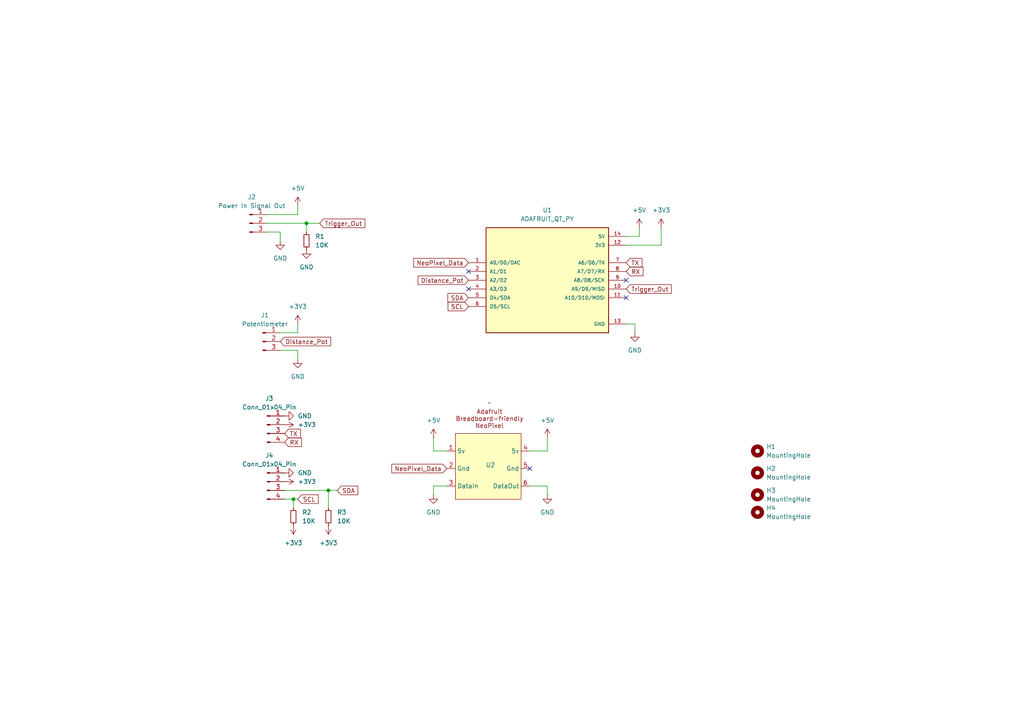
<source format=kicad_sch>
(kicad_sch (version 20231120) (generator "eeschema") (generator_version "8.0")
  (paper "A4")
  (lib_symbols
    (symbol "ADAFRUIT_QT_PY:ADAFRUIT_QT_PY" (pin_names (offset 1.016))
      (property "Reference" "U" (at -17.78 16.002 0))
      (property "Value" "ADAFRUIT_QT_PY" (at -17.78 -17.78 0))
      (symbol "ADAFRUIT_QT_PY_0_0"
        (rectangle (start -17.78 -15.24) (end 17.78 15.24) (stroke (width 0.254)) (fill (type background)))
        (pin bidirectional line (at -22.86 5.08 0) (length 5.08) (name "A0/D0/DAC") (number "1"))
        (pin bidirectional line (at 22.86 -2.54 180) (length 5.08) (name "A9/D9/MISO") (number "10"))
        (pin bidirectional line (at 22.86 -5.08 180) (length 5.08) (name "A10/D10/MOSI") (number "11"))
        (pin power_in line (at 22.86 10.16 180) (length 5.08) (name "3V3") (number "12"))
        (pin power_in line (at 22.86 -12.7 180) (length 5.08) (name "GND") (number "13"))
        (pin power_in line (at 22.86 12.7 180) (length 5.08) (name "5V") (number "14"))
        (pin bidirectional line (at -22.86 2.54 0) (length 5.08) (name "A1/D1") (number "2"))
        (pin bidirectional line (at -22.86 0 0) (length 5.08) (name "A2/D2") (number "3"))
        (pin bidirectional line (at -22.86 -2.54 0) (length 5.08) (name "A3/D3") (number "4"))
        (pin bidirectional line (at -22.86 -5.08 0) (length 5.08) (name "D4/SDA") (number "5"))
        (pin bidirectional line (at -22.86 -7.62 0) (length 5.08) (name "D5/SCL") (number "6"))
        (pin bidirectional line (at 22.86 5.08 180) (length 5.08) (name "A6/D6/TX") (number "7"))
        (pin bidirectional line (at 22.86 2.54 180) (length 5.08) (name "A7/D7/RX") (number "8"))
        (pin bidirectional line (at 22.86 0 180) (length 5.08) (name "A8/D8/SCK") (number "9"))
      )
    )
    (symbol "BreadboardNeoPixel:BreadboardNeoPixel"
      (property "Reference" "U" (at 0 0 0))
      (symbol "BreadboardNeoPixel_1_1"
        (rectangle (start -10.16 10.16) (end 8.89 -8.89) (fill (type color) (color 255 255 194 1)))
        (text "Adafruit\nBreadboard-friendly\nNeoPixel" (at -0.254 14.478 0) (effects (font (size 1.27 1.27))))
        (pin input line (at -12.7 5.08 0) (length 2.54) (name "5v") (number "1"))
        (pin input line (at -12.7 0 0) (length 2.54) (name "Gnd") (number "2"))
        (pin input line (at -12.7 -5.08 0) (length 2.54) (name "DataIn") (number "3"))
        (pin input line (at 11.43 5.08 180) (length 2.54) (name "5v") (number "4"))
        (pin input line (at 11.43 0 180) (length 2.54) (name "Gnd") (number "5"))
        (pin output line (at 11.43 -5.08 180) (length 2.54) (name "DataOut") (number "6"))
      )
    )
    (symbol "Connector:Conn_01x03_Pin" (pin_names (offset 1.016) hide)
      (property "Reference" "J" (at 0 5.08 0))
      (property "Value" "Conn_01x03_Pin" (at 0 -5.08 0))
      (symbol "Conn_01x03_Pin_1_1"
        (polyline (pts (xy 1.27 -2.54) (xy 0.8636 -2.54)) (stroke (width 0.1524)))
        (polyline (pts (xy 1.27 0) (xy 0.8636 0)) (stroke (width 0.1524)))
        (polyline (pts (xy 1.27 2.54) (xy 0.8636 2.54)) (stroke (width 0.1524)))
        (rectangle (start 0.8636 -2.413) (end 0 -2.667) (stroke (width 0.1524)) (fill (type outline)))
        (rectangle (start 0.8636 0.127) (end 0 -0.127) (stroke (width 0.1524)) (fill (type outline)))
        (rectangle (start 0.8636 2.667) (end 0 2.413) (stroke (width 0.1524)) (fill (type outline)))
        (pin passive line (at 5.08 2.54 180) (length 3.81) (name "Pin_1") (number "1"))
        (pin passive line (at 5.08 0 180) (length 3.81) (name "Pin_2") (number "2"))
        (pin passive line (at 5.08 -2.54 180) (length 3.81) (name "Pin_3") (number "3"))
      )
    )
    (symbol "Connector:Conn_01x04_Pin" (pin_names (offset 1.016) hide)
      (property "Reference" "J" (at 0 5.08 0))
      (property "Value" "Conn_01x04_Pin" (at 0 -7.62 0))
      (symbol "Conn_01x04_Pin_1_1"
        (polyline (pts (xy 1.27 -5.08) (xy 0.8636 -5.08)) (stroke (width 0.1524)))
        (polyline (pts (xy 1.27 -2.54) (xy 0.8636 -2.54)) (stroke (width 0.1524)))
        (polyline (pts (xy 1.27 0) (xy 0.8636 0)) (stroke (width 0.1524)))
        (polyline (pts (xy 1.27 2.54) (xy 0.8636 2.54)) (stroke (width 0.1524)))
        (rectangle (start 0.8636 -4.953) (end 0 -5.207) (stroke (width 0.1524)) (fill (type outline)))
        (rectangle (start 0.8636 -2.413) (end 0 -2.667) (stroke (width 0.1524)) (fill (type outline)))
        (rectangle (start 0.8636 0.127) (end 0 -0.127) (stroke (width 0.1524)) (fill (type outline)))
        (rectangle (start 0.8636 2.667) (end 0 2.413) (stroke (width 0.1524)) (fill (type outline)))
        (pin passive line (at 5.08 2.54 180) (length 3.81) (name "Pin_1") (number "1"))
        (pin passive line (at 5.08 0 180) (length 3.81) (name "Pin_2") (number "2"))
        (pin passive line (at 5.08 -2.54 180) (length 3.81) (name "Pin_3") (number "3"))
        (pin passive line (at 5.08 -5.08 180) (length 3.81) (name "Pin_4") (number "4"))
      )
    )
    (symbol "Device:R_Small" (pin_numbers hide) (pin_names (offset 0.254) hide)
      (property "Reference" "R" (at 0.762 0.508 0))
      (property "Value" "R_Small" (at 0.762 -1.016 0))
      (symbol "R_Small_0_1"
        (rectangle (start -0.762 1.778) (end 0.762 -1.778) (stroke (width 0.2032)))
      )
      (symbol "R_Small_1_1"
        (pin passive line (at 0 2.54 270) (length 0.762) (name "~") (number "1"))
        (pin passive line (at 0 -2.54 90) (length 0.762) (name "~") (number "2"))
      )
    )
    (symbol "Mechanical:MountingHole" (pin_names (offset 1.016)) (exclude_from_sim yes) (in_bom no)
      (property "Reference" "H" (at 0 5.08 0))
      (property "Value" "MountingHole" (at 0 3.175 0))
      (symbol "MountingHole_0_1"
        (circle (center 0 0) (radius 1.27) (stroke (width 1.27)))
      )
    )
    (symbol "power:+3V3" (power) (pin_numbers hide) (pin_names (offset 0) hide)
      (property "Value" "+3V3" (at 0 3.556 0))
      (symbol "+3V3_0_1"
        (polyline (pts (xy -0.762 1.27) (xy 0 2.54)))
        (polyline (pts (xy 0 0) (xy 0 2.54)))
        (polyline (pts (xy 0 2.54) (xy 0.762 1.27)))
      )
      (symbol "+3V3_1_1"
        (pin power_in line (at 0 0 90) (length 0) (name "~") (number "1"))
      )
    )
    (symbol "power:+5V" (power) (pin_numbers hide) (pin_names (offset 0) hide)
      (property "Value" "+5V" (at 0 3.556 0))
      (symbol "+5V_0_1"
        (polyline (pts (xy -0.762 1.27) (xy 0 2.54)))
        (polyline (pts (xy 0 0) (xy 0 2.54)))
        (polyline (pts (xy 0 2.54) (xy 0.762 1.27)))
      )
      (symbol "+5V_1_1"
        (pin power_in line (at 0 0 90) (length 0) (name "~") (number "1"))
      )
    )
    (symbol "power:GND" (power) (pin_numbers hide) (pin_names (offset 0) hide)
      (property "Value" "GND" (at 0 -3.81 0))
      (symbol "GND_0_1"
        (polyline (pts (xy 0 0) (xy 0 -1.27) (xy 1.27 -1.27) (xy 0 -2.54) (xy -1.27 -1.27) (xy 0 -1.27)))
      )
      (symbol "GND_1_1"
        (pin power_in line (at 0 0 270) (length 0) (name "~") (number "1"))
      )
    )
  )
  (junction (at 85.09 144.78))
  (junction (at 95.25 142.24))
  (junction (at 88.9 64.77))
  (no_connect (at 135.89 78.74))
  (no_connect (at 181.61 86.36))
  (no_connect (at 135.89 83.82))
  (no_connect (at 181.61 81.28))
  (no_connect (at 153.67 135.89))
  (wire (pts (xy 181.61 93.98) (xy 184.15 93.98)))
  (wire (pts (xy 158.75 130.81) (xy 158.75 127)))
  (wire (pts (xy 82.55 142.24) (xy 95.25 142.24)))
  (wire (pts (xy 129.54 130.81) (xy 125.73 130.81)))
  (wire (pts (xy 158.75 140.97) (xy 153.67 140.97)))
  (wire (pts (xy 158.75 143.51) (xy 158.75 140.97)))
  (wire (pts (xy 86.36 96.52) (xy 81.28 96.52)))
  (wire (pts (xy 95.25 142.24) (xy 95.25 147.32)))
  (wire (pts (xy 88.9 64.77) (xy 88.9 67.31)))
  (wire (pts (xy 81.28 67.31) (xy 81.28 69.85)))
  (wire (pts (xy 129.54 140.97) (xy 125.73 140.97)))
  (wire (pts (xy 153.67 130.81) (xy 158.75 130.81)))
  (wire (pts (xy 181.61 71.12) (xy 191.77 71.12)))
  (wire (pts (xy 125.73 130.81) (xy 125.73 127)))
  (wire (pts (xy 85.09 144.78) (xy 86.36 144.78)))
  (wire (pts (xy 86.36 59.69) (xy 86.36 62.23)))
  (wire (pts (xy 77.47 64.77) (xy 88.9 64.77)))
  (wire (pts (xy 88.9 64.77) (xy 92.71 64.77)))
  (wire (pts (xy 77.47 67.31) (xy 81.28 67.31)))
  (wire (pts (xy 81.28 101.6) (xy 86.36 101.6)))
  (wire (pts (xy 82.55 144.78) (xy 85.09 144.78)))
  (wire (pts (xy 191.77 71.12) (xy 191.77 66.04)))
  (wire (pts (xy 86.36 93.98) (xy 86.36 96.52)))
  (wire (pts (xy 95.25 142.24) (xy 97.79 142.24)))
  (wire (pts (xy 181.61 68.58) (xy 185.42 68.58)))
  (wire (pts (xy 185.42 68.58) (xy 185.42 66.04)))
  (wire (pts (xy 86.36 101.6) (xy 86.36 104.14)))
  (wire (pts (xy 125.73 140.97) (xy 125.73 143.51)))
  (wire (pts (xy 86.36 62.23) (xy 77.47 62.23)))
  (wire (pts (xy 85.09 144.78) (xy 85.09 147.32)))
  (wire (pts (xy 184.15 93.98) (xy 184.15 96.52)))
  (global_label "TX" (shape input) (at 82.55 125.73 0) (property "Intersheetrefs" "${INTERSHEET_REFS}" (effects (hide yes))))
  (global_label "NeoPixel_Data" (shape input) (at 129.54 135.89 180) (property "Intersheetrefs" "${INTERSHEET_REFS}" (effects (hide yes))))
  (global_label "Distance_Pot" (shape input) (at 81.28 99.06 0) (property "Intersheetrefs" "${INTERSHEET_REFS}" (effects (hide yes))))
  (global_label "SDA" (shape input) (at 135.89 86.36 180) (property "Intersheetrefs" "${INTERSHEET_REFS}" (effects (hide yes))))
  (global_label "RX" (shape input) (at 181.61 78.74 0) (property "Intersheetrefs" "${INTERSHEET_REFS}" (effects (hide yes))))
  (global_label "SCL" (shape input) (at 135.89 88.9 180) (property "Intersheetrefs" "${INTERSHEET_REFS}" (effects (hide yes))))
  (global_label "Trigger_Out" (shape input) (at 181.61 83.82 0) (property "Intersheetrefs" "${INTERSHEET_REFS}" (effects (hide yes))))
  (global_label "RX" (shape input) (at 82.55 128.27 0) (property "Intersheetrefs" "${INTERSHEET_REFS}" (effects (hide yes))))
  (global_label "NeoPixel_Data" (shape input) (at 135.89 76.2 180) (property "Intersheetrefs" "${INTERSHEET_REFS}" (effects (hide yes))))
  (global_label "SCL" (shape input) (at 86.36 144.78 0) (property "Intersheetrefs" "${INTERSHEET_REFS}" (effects (hide yes))))
  (global_label "Distance_Pot" (shape input) (at 135.89 81.28 180) (property "Intersheetrefs" "${INTERSHEET_REFS}" (effects (hide yes))))
  (global_label "SDA" (shape input) (at 97.79 142.24 0) (property "Intersheetrefs" "${INTERSHEET_REFS}" (effects (hide yes))))
  (global_label "Trigger_Out" (shape input) (at 92.71 64.77 0) (property "Intersheetrefs" "${INTERSHEET_REFS}" (effects (hide yes))))
  (global_label "TX" (shape input) (at 181.61 76.2 0) (property "Intersheetrefs" "${INTERSHEET_REFS}" (effects (hide yes))))
  (symbol (lib_id "BreadboardNeoPixel:BreadboardNeoPixel") (at 142.24 135.89 0) (unit 1)
    (property "Reference" "U2" (at 142.24 134.874 0))
    (property "Value" "~" (at 141.972 116.84 0))
  )
  (symbol (lib_id "power:+3V3") (at 191.77 66.04 0) (unit 1)
    (property "Reference" "#PWR012" (effects (hide yes)))
    (property "Value" "+3V3" (at 191.77 60.96 0))
    (property "Description" "Power symbol creates a global label with name \"+3V3\"" (effects (hide yes)))
  )
  (symbol (lib_id "ADAFRUIT_QT_PY:ADAFRUIT_QT_PY") (at 158.75 81.28 0) (unit 1)
    (property "Reference" "U1" (at 158.75 60.96 0))
    (property "Value" "ADAFRUIT_QT_PY" (at 158.75 63.5 0))
    (property "Footprint" "ADAFRUIT_QT_PY:MODULE_ADAFRUIT_QT_PY" (effects (hide yes)))
    (property "MF" "Adafruit Industries" (effects (hide yes)))
    (property "MAXIMUM_PACKAGE_HEIGHT" "6.28 mm" (effects (hide yes)))
    (property "Package" "None" (effects (hide yes)))
    (property "Price" "None" (effects (hide yes)))
    (property "Check_prices" "https://www.snapeda.com/parts/Adafruit%20QT%20Py/Adafruit+Industries/view-part/?ref=eda" (effects (hide yes)))
    (property "STANDARD" "IPC-7351B" (effects (hide yes)))
    (property "PARTREV" "2022-12-12" (effects (hide yes)))
    (property "SnapEDA_Link" "https://www.snapeda.com/parts/Adafruit%20QT%20Py/Adafruit+Industries/view-part/?ref=snap" (effects (hide yes)))
    (property "MP" "Adafruit QT Py" (effects (hide yes)))
    (property "Description_1" "\n                        \n                            Castellated Pads - SAMD21 Dev Board with STEMMA QT\n                        \n" (effects (hide yes)))
    (property "MANUFACTURER" "Adafruit Industries" (effects (hide yes)))
    (property "Availability" "Not in stock" (effects (hide yes)))
    (property "SNAPEDA_PN" "Adafruit QT Py" (effects (hide yes)))
  )
  (symbol (lib_id "power:+3V3") (at 95.25 152.4 180) (unit 1)
    (property "Reference" "#PWR018" (effects (hide yes)))
    (property "Value" "+3V3" (at 95.25 157.48 0))
    (property "Description" "Power symbol creates a global label with name \"+3V3\"" (effects (hide yes)))
  )
  (symbol (lib_id "power:GND") (at 158.75 143.51 0) (unit 1)
    (property "Reference" "#PWR08" (effects (hide yes)))
    (property "Value" "GND" (at 158.75 148.59 0))
    (property "Description" "Power symbol creates a global label with name \"GND\" , ground" (effects (hide yes)))
  )
  (symbol (lib_id "power:GND") (at 86.36 104.14 0) (unit 1)
    (property "Reference" "#PWR06" (effects (hide yes)))
    (property "Value" "GND" (at 86.36 109.22 0))
    (property "Description" "Power symbol creates a global label with name \"GND\" , ground" (effects (hide yes)))
  )
  (symbol (lib_id "Device:R_Small") (at 85.09 149.86 0) (unit 1)
    (property "Reference" "R2" (at 87.63 148.5899 0) (effects (justify left)))
    (property "Value" "10K" (at 87.63 151.1299 0) (effects (justify left)))
    (property "Description" "Resistor, small symbol" (effects (hide yes)))
  )
  (symbol (lib_id "Connector:Conn_01x04_Pin") (at 77.47 123.19 0) (unit 1)
    (property "Reference" "J3" (at 78.105 115.57 0))
    (property "Value" "Conn_01x04_Pin" (at 78.105 118.11 0))
    (property "Description" "Generic connector, single row, 01x04, script generated" (effects (hide yes)))
  )
  (symbol (lib_id "power:GND") (at 125.73 143.51 0) (unit 1)
    (property "Reference" "#PWR09" (effects (hide yes)))
    (property "Value" "GND" (at 125.73 148.59 0))
    (property "Description" "Power symbol creates a global label with name \"GND\" , ground" (effects (hide yes)))
  )
  (symbol (lib_id "power:+3V3") (at 82.55 123.19 270) (unit 1)
    (property "Reference" "#PWR015" (effects (hide yes)))
    (property "Value" "+3V3" (at 86.36 123.1899 90) (effects (justify left)))
    (property "Description" "Power symbol creates a global label with name \"+3V3\"" (effects (hide yes)))
  )
  (symbol (lib_id "Connector:Conn_01x03_Pin") (at 76.2 99.06 0) (unit 1)
    (property "Reference" "J1" (at 76.835 91.44 0))
    (property "Value" "Potentiometer" (at 76.835 93.98 0))
    (property "Description" "Generic connector, single row, 01x03, script generated" (effects (hide yes)))
  )
  (symbol (lib_id "power:+5V") (at 158.75 127 0) (unit 1)
    (property "Reference" "#PWR010" (effects (hide yes)))
    (property "Value" "+5V" (at 158.75 121.92 0))
    (property "Description" "Power symbol creates a global label with name \"+5V\"" (effects (hide yes)))
  )
  (symbol (lib_id "Device:R_Small") (at 95.25 149.86 0) (unit 1)
    (property "Reference" "R3" (at 97.79 148.5899 0) (effects (justify left)))
    (property "Value" "10K" (at 97.79 151.1299 0) (effects (justify left)))
    (property "Description" "Resistor, small symbol" (effects (hide yes)))
  )
  (symbol (lib_id "power:+5V") (at 86.36 59.69 0) (unit 1)
    (property "Reference" "#PWR04" (effects (hide yes)))
    (property "Value" "+5V" (at 86.36 54.61 0))
    (property "Description" "Power symbol creates a global label with name \"+5V\"" (effects (hide yes)))
  )
  (symbol (lib_id "Mechanical:MountingHole") (at 219.71 143.51 0) (unit 1) (exclude_from_sim yes) (in_bom no)
    (property "Reference" "H3" (at 222.25 142.2399 0) (effects (justify left)))
    (property "Value" "MountingHole" (at 222.25 144.7799 0) (effects (justify left)))
    (property "Description" "Mounting Hole without connection" (effects (hide yes)))
  )
  (symbol (lib_id "power:+3V3") (at 82.55 139.7 270) (unit 1)
    (property "Reference" "#PWR016" (effects (hide yes)))
    (property "Value" "+3V3" (at 86.36 139.6999 90) (effects (justify left)))
    (property "Description" "Power symbol creates a global label with name \"+3V3\"" (effects (hide yes)))
  )
  (symbol (lib_id "Device:R_Small") (at 88.9 69.85 0) (unit 1)
    (property "Reference" "R1" (at 91.44 68.5799 0) (effects (justify left)))
    (property "Value" "10K" (at 91.44 71.1199 0) (effects (justify left)))
    (property "Description" "Resistor, small symbol" (effects (hide yes)))
  )
  (symbol (lib_id "power:GND") (at 82.55 120.65 90) (unit 1)
    (property "Reference" "#PWR013" (effects (hide yes)))
    (property "Value" "GND" (at 86.36 120.6499 90) (effects (justify right)))
    (property "Description" "Power symbol creates a global label with name \"GND\" , ground" (effects (hide yes)))
  )
  (symbol (lib_id "Mechanical:MountingHole") (at 219.71 130.81 0) (unit 1) (exclude_from_sim yes) (in_bom no)
    (property "Reference" "H1" (at 222.25 129.5399 0) (effects (justify left)))
    (property "Value" "MountingHole" (at 222.25 132.0799 0) (effects (justify left)))
    (property "Description" "Mounting Hole without connection" (effects (hide yes)))
  )
  (symbol (lib_id "power:GND") (at 82.55 137.16 90) (unit 1)
    (property "Reference" "#PWR014" (effects (hide yes)))
    (property "Value" "GND" (at 86.36 137.1599 90) (effects (justify right)))
    (property "Description" "Power symbol creates a global label with name \"GND\" , ground" (effects (hide yes)))
  )
  (symbol (lib_id "power:+5V") (at 185.42 66.04 0) (unit 1)
    (property "Reference" "#PWR03" (effects (hide yes)))
    (property "Value" "+5V" (at 185.42 60.96 0))
    (property "Description" "Power symbol creates a global label with name \"+5V\"" (effects (hide yes)))
  )
  (symbol (lib_id "power:GND") (at 81.28 69.85 0) (unit 1)
    (property "Reference" "#PWR05" (effects (hide yes)))
    (property "Value" "GND" (at 81.28 74.93 0))
    (property "Description" "Power symbol creates a global label with name \"GND\" , ground" (effects (hide yes)))
  )
  (symbol (lib_id "power:+5V") (at 125.73 127 0) (unit 1)
    (property "Reference" "#PWR011" (effects (hide yes)))
    (property "Value" "+5V" (at 125.73 121.92 0))
    (property "Description" "Power symbol creates a global label with name \"+5V\"" (effects (hide yes)))
  )
  (symbol (lib_id "Connector:Conn_01x03_Pin") (at 72.39 64.77 0) (unit 1)
    (property "Reference" "J2" (at 73.025 57.15 0))
    (property "Value" "Power In Signal Out" (at 73.025 59.69 0))
    (property "Description" "Generic connector, single row, 01x03, script generated" (effects (hide yes)))
  )
  (symbol (lib_id "Mechanical:MountingHole") (at 219.71 148.59 0) (unit 1) (exclude_from_sim yes) (in_bom no)
    (property "Reference" "H4" (at 222.25 147.3199 0) (effects (justify left)))
    (property "Value" "MountingHole" (at 222.25 149.8599 0) (effects (justify left)))
    (property "Description" "Mounting Hole without connection" (effects (hide yes)))
  )
  (symbol (lib_id "power:GND") (at 88.9 72.39 0) (unit 1)
    (property "Reference" "#PWR01" (effects (hide yes)))
    (property "Value" "GND" (at 88.9 77.47 0))
    (property "Description" "Power symbol creates a global label with name \"GND\" , ground" (effects (hide yes)))
  )
  (symbol (lib_id "Connector:Conn_01x04_Pin") (at 77.47 139.7 0) (unit 1)
    (property "Reference" "J4" (at 78.105 132.08 0))
    (property "Value" "Conn_01x04_Pin" (at 78.105 134.62 0))
    (property "Description" "Generic connector, single row, 01x04, script generated" (effects (hide yes)))
  )
  (symbol (lib_id "power:+3V3") (at 86.36 93.98 0) (unit 1)
    (property "Reference" "#PWR02" (effects (hide yes)))
    (property "Value" "+3V3" (at 86.36 88.9 0))
    (property "Description" "Power symbol creates a global label with name \"+3V3\"" (effects (hide yes)))
  )
  (symbol (lib_id "power:+3V3") (at 85.09 152.4 180) (unit 1)
    (property "Reference" "#PWR017" (effects (hide yes)))
    (property "Value" "+3V3" (at 85.09 157.48 0))
    (property "Description" "Power symbol creates a global label with name \"+3V3\"" (effects (hide yes)))
  )
  (symbol (lib_id "power:GND") (at 184.15 96.52 0) (unit 1)
    (property "Reference" "#PWR07" (effects (hide yes)))
    (property "Value" "GND" (at 184.15 101.6 0))
    (property "Description" "Power symbol creates a global label with name \"GND\" , ground" (effects (hide yes)))
  )
  (symbol (lib_id "Mechanical:MountingHole") (at 219.71 137.16 0) (unit 1) (exclude_from_sim yes) (in_bom no)
    (property "Reference" "H2" (at 222.25 135.8899 0) (effects (justify left)))
    (property "Value" "MountingHole" (at 222.25 138.4299 0) (effects (justify left)))
    (property "Description" "Mounting Hole without connection" (effects (hide yes)))
  )
)
</source>
